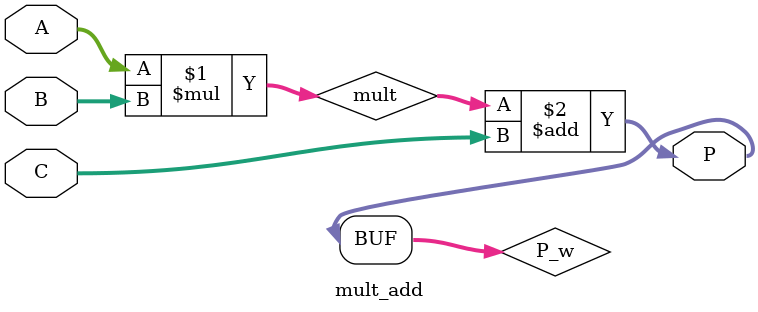
<source format=v>

module mult_add#(
	parameter DATAWIDTN = 8
)
(
	input  [ DATAWIDTN - 1 : 0 ] A,
	input  [ DATAWIDTN - 1 : 0 ] B,
	input  [ DATAWIDTN - 1 : 0 ] C,
	output [ DATAWIDTN * 2  : 0 ] P
);

wire [ DATAWIDTN * 2  : 0 ] mult = A * B;
wire [ DATAWIDTN * 2  : 0 ] P_w = mult + C;
assign P = P_w;

endmodule
</source>
